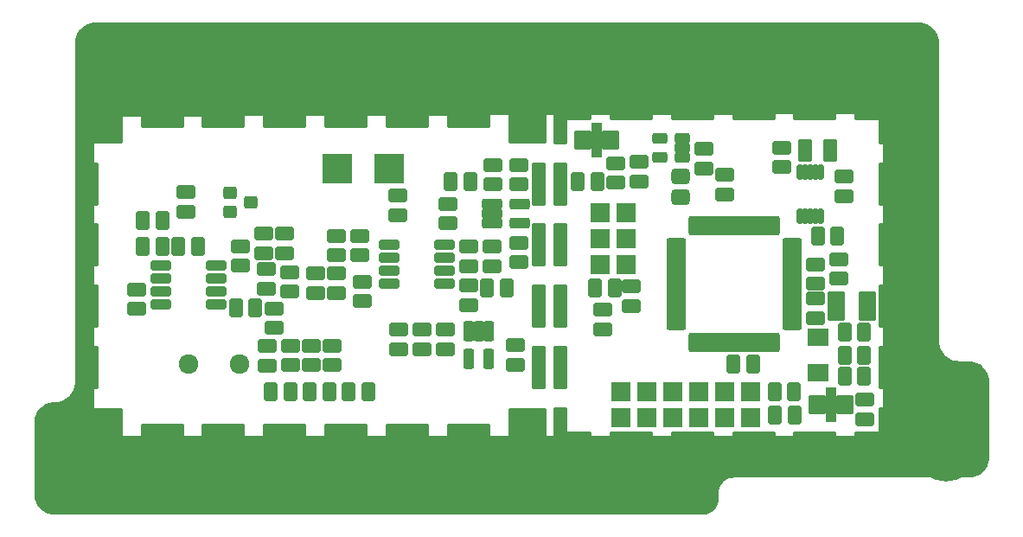
<source format=gbr>
%TF.GenerationSoftware,KiCad,Pcbnew,7.0.10-7.0.10~ubuntu23.04.1*%
%TF.CreationDate,2024-02-09T20:40:25+00:00*%
%TF.ProjectId,SPACEDOS01,53504143-4544-44f5-9330-312e6b696361,B*%
%TF.SameCoordinates,Original*%
%TF.FileFunction,Soldermask,Top*%
%TF.FilePolarity,Negative*%
%FSLAX46Y46*%
G04 Gerber Fmt 4.6, Leading zero omitted, Abs format (unit mm)*
G04 Created by KiCad (PCBNEW 7.0.10-7.0.10~ubuntu23.04.1) date 2024-02-09 20:40:25*
%MOMM*%
%LPD*%
G01*
G04 APERTURE LIST*
G04 Aperture macros list*
%AMRoundRect*
0 Rectangle with rounded corners*
0 $1 Rounding radius*
0 $2 $3 $4 $5 $6 $7 $8 $9 X,Y pos of 4 corners*
0 Add a 4 corners polygon primitive as box body*
4,1,4,$2,$3,$4,$5,$6,$7,$8,$9,$2,$3,0*
0 Add four circle primitives for the rounded corners*
1,1,$1+$1,$2,$3*
1,1,$1+$1,$4,$5*
1,1,$1+$1,$6,$7*
1,1,$1+$1,$8,$9*
0 Add four rect primitives between the rounded corners*
20,1,$1+$1,$2,$3,$4,$5,0*
20,1,$1+$1,$4,$5,$6,$7,0*
20,1,$1+$1,$6,$7,$8,$9,0*
20,1,$1+$1,$8,$9,$2,$3,0*%
G04 Aperture macros list end*
%ADD10RoundRect,0.200000X-0.762000X-0.762000X0.762000X-0.762000X0.762000X0.762000X-0.762000X0.762000X0*%
%ADD11RoundRect,0.200000X-0.500000X-1.900000X0.500000X-1.900000X0.500000X1.900000X-0.500000X1.900000X0*%
%ADD12RoundRect,0.200000X-1.650000X-1.275000X1.650000X-1.275000X1.650000X1.275000X-1.650000X1.275000X0*%
%ADD13RoundRect,0.200000X-1.900000X-0.500000X1.900000X-0.500000X1.900000X0.500000X-1.900000X0.500000X0*%
%ADD14RoundRect,0.200000X-0.780000X-0.325000X0.780000X-0.325000X0.780000X0.325000X-0.780000X0.325000X0*%
%ADD15RoundRect,0.200000X-0.325000X0.780000X-0.325000X-0.780000X0.325000X-0.780000X0.325000X0.780000X0*%
%ADD16RoundRect,0.200000X-0.698500X0.444500X-0.698500X-0.444500X0.698500X-0.444500X0.698500X0.444500X0*%
%ADD17RoundRect,0.200000X0.444500X0.698500X-0.444500X0.698500X-0.444500X-0.698500X0.444500X-0.698500X0*%
%ADD18C,6.400000*%
%ADD19RoundRect,0.200000X0.698500X-0.444500X0.698500X0.444500X-0.698500X0.444500X-0.698500X-0.444500X0*%
%ADD20RoundRect,0.200000X-0.750000X-0.275000X0.750000X-0.275000X0.750000X0.275000X-0.750000X0.275000X0*%
%ADD21RoundRect,0.200000X0.275000X-0.750000X0.275000X0.750000X-0.275000X0.750000X-0.275000X-0.750000X0*%
%ADD22RoundRect,0.200000X-0.775000X-0.300000X0.775000X-0.300000X0.775000X0.300000X-0.775000X0.300000X0*%
%ADD23RoundRect,0.200000X-0.125000X0.550000X-0.125000X-0.550000X0.125000X-0.550000X0.125000X0.550000X0*%
%ADD24RoundRect,0.200000X-0.444500X-0.698500X0.444500X-0.698500X0.444500X0.698500X-0.444500X0.698500X0*%
%ADD25RoundRect,0.200000X0.635000X1.270000X-0.635000X1.270000X-0.635000X-1.270000X0.635000X-1.270000X0*%
%ADD26RoundRect,0.200000X0.530000X0.325000X-0.530000X0.325000X-0.530000X-0.325000X0.530000X-0.325000X0*%
%ADD27RoundRect,0.200000X0.850000X-0.650000X0.850000X0.650000X-0.850000X0.650000X-0.850000X-0.650000X0*%
%ADD28RoundRect,0.336957X0.563043X-0.438043X0.563043X0.438043X-0.563043X0.438043X-0.563043X-0.438043X0*%
%ADD29RoundRect,0.200000X0.500000X0.900000X-0.500000X0.900000X-0.500000X-0.900000X0.500000X-0.900000X0*%
%ADD30RoundRect,0.200000X-0.450000X-0.400000X0.450000X-0.400000X0.450000X0.400000X-0.450000X0.400000X0*%
%ADD31RoundRect,0.200000X-0.500000X-0.500000X0.500000X-0.500000X0.500000X0.500000X-0.500000X0.500000X0*%
%ADD32RoundRect,0.200000X-0.500000X-1.150000X0.500000X-1.150000X0.500000X1.150000X-0.500000X1.150000X0*%
%ADD33RoundRect,0.200000X-1.150000X-0.500000X1.150000X-0.500000X1.150000X0.500000X-1.150000X0.500000X0*%
%ADD34C,1.924000*%
%ADD35RoundRect,0.200000X1.275080X1.249680X-1.275080X1.249680X-1.275080X-1.249680X1.275080X-1.249680X0*%
%ADD36RoundRect,0.200000X-0.650000X-0.750000X0.650000X-0.750000X0.650000X0.750000X-0.650000X0.750000X0*%
%ADD37RoundRect,0.200000X-0.350000X-1.500000X0.350000X-1.500000X0.350000X1.500000X-0.350000X1.500000X0*%
%ADD38RoundRect,0.200000X0.650000X0.750000X-0.650000X0.750000X-0.650000X-0.750000X0.650000X-0.750000X0*%
%ADD39RoundRect,0.200000X0.350000X1.500000X-0.350000X1.500000X-0.350000X-1.500000X0.350000X-1.500000X0*%
%ADD40RoundRect,0.200000X0.762000X-0.762000X0.762000X0.762000X-0.762000X0.762000X-0.762000X-0.762000X0*%
%ADD41RoundRect,0.200000X0.762000X0.762000X-0.762000X0.762000X-0.762000X-0.762000X0.762000X-0.762000X0*%
G04 APERTURE END LIST*
D10*
%TO.C,J22*%
X147868627Y-99420353D03*
X150408627Y-99420353D03*
X147868627Y-101960353D03*
X150408627Y-101960353D03*
X147868627Y-104500353D03*
X150408627Y-104500353D03*
%TD*%
D11*
%TO.C,M6*%
X98068527Y-96606653D03*
X98068527Y-102606653D03*
X98068527Y-108606653D03*
X98068527Y-114606653D03*
D12*
X99218527Y-91231653D03*
X99218527Y-119981653D03*
D13*
X104968527Y-90456653D03*
X104968527Y-120756653D03*
X110968527Y-90456653D03*
X110968527Y-120756653D03*
X116968527Y-90456653D03*
X116968527Y-120756653D03*
X122968527Y-90456653D03*
X122968527Y-120756653D03*
X128968527Y-90456653D03*
X128968527Y-120756653D03*
X134968527Y-90456653D03*
X134968527Y-120756653D03*
D12*
X140718527Y-91231653D03*
X140718527Y-119981653D03*
D11*
X141868527Y-96606653D03*
X141868527Y-102606653D03*
X141868527Y-108606653D03*
X141868527Y-114606653D03*
%TD*%
D14*
%TO.C,U5*%
X137280627Y-98591353D03*
X137280627Y-99541353D03*
X137280627Y-100491353D03*
X139980627Y-100491353D03*
X139980627Y-98591353D03*
%TD*%
D15*
%TO.C,U4*%
X136913627Y-111018354D03*
X135963627Y-111018354D03*
X135013627Y-111018354D03*
X135013627Y-113718354D03*
X136913627Y-113718354D03*
%TD*%
D16*
%TO.C,C8*%
X130375627Y-110907853D03*
X130375627Y-112812853D03*
%TD*%
%TO.C,C3*%
X102435627Y-106971654D03*
X102435627Y-108876654D03*
%TD*%
D17*
%TO.C,R6*%
X104975627Y-100176353D03*
X103070627Y-100176353D03*
%TD*%
D16*
%TO.C,C13*%
X132661627Y-110907853D03*
X132661627Y-112812853D03*
%TD*%
D18*
%TO.C,M4*%
X113934528Y-84421653D03*
%TD*%
D19*
%TO.C,C24*%
X115229627Y-114406353D03*
X115229627Y-112501353D03*
%TD*%
D16*
%TO.C,C4*%
X128018527Y-97756654D03*
X128018527Y-99661654D03*
%TD*%
D18*
%TO.C,M2*%
X168824527Y-84421653D03*
%TD*%
D20*
%TO.C,U10*%
X155253627Y-102438353D03*
X155253627Y-103238353D03*
X155253627Y-104038353D03*
X155253627Y-104838353D03*
X155253627Y-105638353D03*
X155253627Y-106438353D03*
X155253627Y-107238353D03*
X155253627Y-108038353D03*
X155253627Y-108838353D03*
X155253627Y-109638353D03*
X155253627Y-110438353D03*
D21*
X156953627Y-112138353D03*
X157753627Y-112138353D03*
X158553627Y-112138353D03*
X159353627Y-112138353D03*
X160153627Y-112138353D03*
X160953627Y-112138353D03*
X161753627Y-112138353D03*
X162553627Y-112138353D03*
X163353627Y-112138353D03*
X164153627Y-112138353D03*
X164953627Y-112138353D03*
D20*
X166653627Y-110438353D03*
X166653627Y-109638353D03*
X166653627Y-108838353D03*
X166653627Y-108038353D03*
X166653627Y-107238353D03*
X166653627Y-106438353D03*
X166653627Y-105638353D03*
X166653627Y-104838353D03*
X166653627Y-104038353D03*
X166653627Y-103238353D03*
X166653627Y-102438353D03*
D21*
X164953627Y-100738353D03*
X164153627Y-100738353D03*
X163353627Y-100738353D03*
X162553627Y-100738353D03*
X161753627Y-100738353D03*
X160953627Y-100738353D03*
X160153627Y-100738353D03*
X159353627Y-100738353D03*
X158553627Y-100738353D03*
X157753627Y-100738353D03*
X156953627Y-100738353D03*
%TD*%
D16*
%TO.C,R4*%
X128089627Y-110907853D03*
X128089627Y-112812853D03*
%TD*%
D17*
%TO.C,C10*%
X108468127Y-102716353D03*
X106563127Y-102716353D03*
%TD*%
%TO.C,C5*%
X104975627Y-102716353D03*
X103070627Y-102716353D03*
%TD*%
D19*
%TO.C,R3*%
X132915627Y-100493852D03*
X132915627Y-98588852D03*
%TD*%
%TO.C,R2*%
X112595627Y-104621353D03*
X112595627Y-102716353D03*
%TD*%
D22*
%TO.C,U2*%
X127167627Y-102589353D03*
X127167627Y-103859353D03*
X127167627Y-105129353D03*
X127167627Y-106399353D03*
X132567627Y-106399353D03*
X132567627Y-105129353D03*
X132567627Y-103859353D03*
X132567627Y-102589353D03*
%TD*%
D16*
%TO.C,R10*%
X121993627Y-105383353D03*
X121993627Y-107288353D03*
%TD*%
%TO.C,C18*%
X124279627Y-101700353D03*
X124279627Y-103605353D03*
%TD*%
D22*
%TO.C,U1*%
X104815627Y-104621353D03*
X104815627Y-105891353D03*
X104815627Y-107161353D03*
X104815627Y-108431353D03*
X110215627Y-108431353D03*
X110215627Y-107161353D03*
X110215627Y-105891353D03*
X110215627Y-104621353D03*
%TD*%
D19*
%TO.C,C20*%
X107261627Y-99350853D03*
X107261627Y-97445853D03*
%TD*%
D17*
%TO.C,R7*%
X114089527Y-108721653D03*
X112184527Y-108721653D03*
%TD*%
D16*
%TO.C,C17*%
X124533627Y-106208853D03*
X124533627Y-108113853D03*
%TD*%
%TO.C,R9*%
X115184527Y-104971654D03*
X115184527Y-106876654D03*
%TD*%
D19*
%TO.C,C11*%
X114934527Y-103376653D03*
X114934527Y-101471653D03*
%TD*%
%TO.C,C16*%
X119961627Y-107288353D03*
X119961627Y-105383353D03*
%TD*%
D16*
%TO.C,R11*%
X121993627Y-101700353D03*
X121993627Y-103605353D03*
%TD*%
%TO.C,C15*%
X117421627Y-105256353D03*
X117421627Y-107161353D03*
%TD*%
D17*
%TO.C,R5*%
X135138127Y-96366353D03*
X133233127Y-96366353D03*
%TD*%
D16*
%TO.C,C12*%
X134947627Y-102779853D03*
X134947627Y-104684853D03*
%TD*%
D23*
%TO.C,U11*%
X169404527Y-95479653D03*
X168904527Y-95479653D03*
X168404527Y-95479653D03*
X167904527Y-95479653D03*
X167404527Y-95479653D03*
X167404527Y-99779653D03*
X167904527Y-99779653D03*
X168404527Y-99779653D03*
X168904527Y-99779653D03*
X169404527Y-99779653D03*
%TD*%
D24*
%TO.C,R13*%
X136789127Y-106780353D03*
X138694127Y-106780353D03*
%TD*%
D19*
%TO.C,C9*%
X137360627Y-96683853D03*
X137360627Y-94778853D03*
%TD*%
%TO.C,C14*%
X139900627Y-96683854D03*
X139900627Y-94778854D03*
%TD*%
D16*
%TO.C,C7*%
X137233627Y-102779853D03*
X137233627Y-104684853D03*
%TD*%
%TO.C,R12*%
X139900627Y-102398853D03*
X139900627Y-104303853D03*
%TD*%
D25*
%TO.C,L1*%
X173992527Y-108551654D03*
X170944527Y-108551654D03*
%TD*%
D16*
%TO.C,C19*%
X134947627Y-106589853D03*
X134947627Y-108494853D03*
%TD*%
D26*
%TO.C,U8*%
X155872527Y-94020353D03*
X155872527Y-93070353D03*
X155872527Y-92120353D03*
X153672527Y-92120353D03*
X153672527Y-94020353D03*
%TD*%
D19*
%TO.C,C2*%
X117515627Y-114342853D03*
X117515627Y-112437853D03*
%TD*%
D27*
%TO.C,D3*%
X169166527Y-115127653D03*
X169166527Y-111627653D03*
%TD*%
D17*
%TO.C,F2*%
X166880527Y-119219653D03*
X164975527Y-119219653D03*
%TD*%
D16*
%TO.C,C55*%
X173738527Y-117759153D03*
X173738527Y-119664153D03*
%TD*%
D28*
%TO.C,L3*%
X155704527Y-97901653D03*
X155704527Y-95851653D03*
%TD*%
D29*
%TO.C,Y2*%
X167896527Y-93311653D03*
X170396527Y-93311653D03*
%TD*%
D24*
%TO.C,R22*%
X115610627Y-116946352D03*
X117515627Y-116946352D03*
%TD*%
%TO.C,R19*%
X119420627Y-116946353D03*
X121325627Y-116946353D03*
%TD*%
%TO.C,R15*%
X123230627Y-116946353D03*
X125135627Y-116946353D03*
%TD*%
D19*
%TO.C,C23*%
X119547627Y-114342853D03*
X119547627Y-112437853D03*
%TD*%
%TO.C,C21*%
X121579627Y-114342853D03*
X121579627Y-112437853D03*
%TD*%
D16*
%TO.C,C34*%
X150916627Y-106659353D03*
X150916627Y-108564353D03*
%TD*%
D17*
%TO.C,C27*%
X173675027Y-113377653D03*
X171770027Y-113377653D03*
%TD*%
D24*
%TO.C,R20*%
X169166527Y-101693653D03*
X171071527Y-101693653D03*
%TD*%
%TO.C,R23*%
X147360627Y-106786353D03*
X149265627Y-106786353D03*
%TD*%
D17*
%TO.C,C26*%
X173675027Y-115409653D03*
X171770027Y-115409653D03*
%TD*%
D30*
%TO.C,U3*%
X111611627Y-97448353D03*
X111611627Y-99348353D03*
X113611627Y-98398353D03*
%TD*%
D16*
%TO.C,C43*%
X148084528Y-108932653D03*
X148084528Y-110837653D03*
%TD*%
D18*
%TO.C,M1*%
X181744527Y-122521653D03*
%TD*%
D24*
%TO.C,C39*%
X160886127Y-114279354D03*
X162791127Y-114279354D03*
%TD*%
D17*
%TO.C,C28*%
X173675027Y-111091653D03*
X171770027Y-111091653D03*
%TD*%
D16*
%TO.C,R1*%
X139519627Y-112431853D03*
X139519627Y-114336853D03*
%TD*%
D18*
%TO.C,M3*%
X96014527Y-125061654D03*
%TD*%
D17*
%TO.C,C36*%
X166817027Y-116933653D03*
X164912027Y-116933653D03*
%TD*%
D19*
%TO.C,C32*%
X157990527Y-95089653D03*
X157990527Y-93184653D03*
%TD*%
D31*
%TO.C,M9*%
X143978527Y-89705654D03*
D32*
X143978527Y-91355654D03*
D11*
X143978527Y-96605654D03*
X143978527Y-102605654D03*
X143978527Y-108605654D03*
X143978527Y-114605654D03*
D32*
X143978527Y-119855654D03*
D31*
X143978527Y-121505654D03*
D33*
X145628527Y-89705654D03*
X145628527Y-121505654D03*
D13*
X150878527Y-89705654D03*
X150878527Y-121505654D03*
X156878527Y-89705654D03*
X156878527Y-121505654D03*
X162878527Y-89705654D03*
X162878527Y-121505654D03*
X168878527Y-89705654D03*
X168878527Y-121505654D03*
D33*
X174128527Y-89705654D03*
X174128527Y-121505654D03*
D31*
X175778527Y-89705654D03*
D32*
X175778527Y-91355654D03*
D11*
X175778527Y-96605654D03*
X175778527Y-102605654D03*
X175778527Y-108605654D03*
X175778527Y-114605654D03*
D32*
X175778527Y-119855654D03*
D31*
X175778527Y-121505654D03*
%TD*%
D19*
%TO.C,R21*%
X165610527Y-94962653D03*
X165610527Y-93057653D03*
%TD*%
D16*
%TO.C,C44*%
X168912527Y-104487653D03*
X168912527Y-106392653D03*
%TD*%
%TO.C,C31*%
X168912527Y-107853153D03*
X168912527Y-109758153D03*
%TD*%
%TO.C,C40*%
X171198527Y-103979653D03*
X171198527Y-105884653D03*
%TD*%
%TO.C,C50*%
X149354527Y-94581653D03*
X149354527Y-96486653D03*
%TD*%
%TO.C,C42*%
X151640526Y-94454653D03*
X151640526Y-96359653D03*
%TD*%
D19*
%TO.C,C35*%
X160022527Y-97629653D03*
X160022527Y-95724653D03*
%TD*%
%TO.C,C47*%
X171706528Y-97820153D03*
X171706528Y-95915153D03*
%TD*%
D24*
%TO.C,C54*%
X145671527Y-96359653D03*
X147576527Y-96359653D03*
%TD*%
D34*
%TO.C,D1*%
X112524527Y-114221653D03*
X107524527Y-114221653D03*
%TD*%
D16*
%TO.C,R8*%
X115934528Y-108812353D03*
X115934528Y-110717353D03*
%TD*%
D19*
%TO.C,C6*%
X116913627Y-103376653D03*
X116913627Y-101471653D03*
%TD*%
D35*
%TO.C,C1*%
X127185387Y-95096353D03*
X122135867Y-95096353D03*
%TD*%
D36*
%TO.C,C29*%
X169086527Y-118203653D03*
D37*
X170436527Y-118203653D03*
D36*
X171786527Y-118203653D03*
%TD*%
D38*
%TO.C,C52*%
X148846527Y-92295653D03*
D39*
X147496527Y-92295653D03*
D38*
X146146527Y-92295653D03*
%TD*%
D40*
%TO.C,J19*%
X154942527Y-119473653D03*
X154942527Y-116933653D03*
%TD*%
D10*
%TO.C,J6*%
X152402527Y-116933653D03*
%TD*%
%TO.C,J4*%
X149862527Y-116933653D03*
%TD*%
%TO.C,J7*%
X152402527Y-119473653D03*
%TD*%
D41*
%TO.C,J3*%
X162562527Y-116933653D03*
X162562527Y-119473653D03*
%TD*%
%TO.C,J2*%
X157482527Y-116933653D03*
X157482527Y-119473653D03*
%TD*%
D10*
%TO.C,J5*%
X149862527Y-119473653D03*
%TD*%
%TO.C,J1*%
X160022527Y-119473653D03*
X160022527Y-116933653D03*
%TD*%
G36*
X97688314Y-116481631D02*
G01*
X97688239Y-116483781D01*
X97438421Y-122229597D01*
X97438001Y-122235761D01*
X97436556Y-122251340D01*
X97434810Y-122263584D01*
X97432434Y-122275898D01*
X97429495Y-122287919D01*
X97425919Y-122299949D01*
X97421821Y-122311608D01*
X97417086Y-122323224D01*
X97411863Y-122334430D01*
X97406013Y-122345525D01*
X97399713Y-122356172D01*
X97392803Y-122366640D01*
X97385494Y-122376611D01*
X97377582Y-122386362D01*
X97369336Y-122395565D01*
X97360519Y-122404484D01*
X97351402Y-122412841D01*
X97341749Y-122420855D01*
X97331853Y-122428281D01*
X97321457Y-122435312D01*
X97310893Y-122441725D01*
X97299867Y-122447699D01*
X97288711Y-122453052D01*
X97277142Y-122457920D01*
X97265535Y-122462148D01*
X97253546Y-122465859D01*
X97241561Y-122468933D01*
X97229278Y-122471448D01*
X97217062Y-122473330D01*
X97202926Y-122474802D01*
X97193881Y-122475418D01*
X97188297Y-122475596D01*
X97185447Y-122475655D01*
X92561691Y-122518364D01*
X92493388Y-122498992D01*
X92446402Y-122445768D01*
X92434527Y-122392369D01*
X92434527Y-119976154D01*
X92434848Y-119967166D01*
X92454241Y-119696008D01*
X92456800Y-119678213D01*
X92513624Y-119416999D01*
X92518688Y-119399750D01*
X92612113Y-119149267D01*
X92619582Y-119132913D01*
X92747703Y-118898278D01*
X92757422Y-118883155D01*
X92917630Y-118669143D01*
X92929403Y-118655557D01*
X93118431Y-118466529D01*
X93132017Y-118454756D01*
X93346029Y-118294548D01*
X93361152Y-118284829D01*
X93595787Y-118156709D01*
X93612141Y-118149239D01*
X93862624Y-118055814D01*
X93879873Y-118050750D01*
X94141087Y-117993926D01*
X94158881Y-117991367D01*
X94714666Y-117951616D01*
X94723561Y-117950338D01*
X94993585Y-117891598D01*
X95002212Y-117889065D01*
X95261145Y-117792488D01*
X95269302Y-117788763D01*
X95511855Y-117656319D01*
X95519417Y-117651460D01*
X95740644Y-117485849D01*
X95747433Y-117479967D01*
X95942841Y-117284559D01*
X95948724Y-117277770D01*
X96114334Y-117056543D01*
X96119193Y-117048981D01*
X96251637Y-116806428D01*
X96255362Y-116798271D01*
X96351939Y-116539338D01*
X96354472Y-116530711D01*
X96402730Y-116308872D01*
X96436755Y-116246560D01*
X96499067Y-116212535D01*
X96526957Y-116209661D01*
X97433665Y-116217636D01*
X97439845Y-116217842D01*
X97455465Y-116218747D01*
X97467759Y-116220067D01*
X97480154Y-116222017D01*
X97492256Y-116224535D01*
X97504400Y-116227690D01*
X97516214Y-116231388D01*
X97527988Y-116235719D01*
X97539355Y-116240545D01*
X97550649Y-116246008D01*
X97561511Y-116251937D01*
X97572217Y-116258483D01*
X97582429Y-116265437D01*
X97592441Y-116272999D01*
X97601939Y-116280934D01*
X97611157Y-116289440D01*
X97619821Y-116298256D01*
X97628160Y-116307621D01*
X97635923Y-116317253D01*
X97643314Y-116327405D01*
X97650087Y-116337737D01*
X97656440Y-116348549D01*
X97662176Y-116359509D01*
X97667441Y-116370901D01*
X97672071Y-116382366D01*
X97676197Y-116394222D01*
X97679684Y-116406089D01*
X97682622Y-116418277D01*
X97684927Y-116430421D01*
X97686658Y-116442841D01*
X97687762Y-116455154D01*
X97688348Y-116469703D01*
X97688407Y-116478106D01*
X97688314Y-116481631D01*
G37*
G36*
X98534525Y-89944632D02*
G01*
X98480869Y-89991125D01*
X98428900Y-90002510D01*
X98318645Y-90002836D01*
X98303415Y-90007357D01*
X98302151Y-90008825D01*
X98300528Y-90016342D01*
X98300528Y-121233538D01*
X98305002Y-121248778D01*
X98306392Y-121249982D01*
X98314075Y-121251653D01*
X98428527Y-121251653D01*
X98496648Y-121271655D01*
X98543141Y-121325311D01*
X98554527Y-121377653D01*
X98554527Y-122010565D01*
X98554375Y-122016747D01*
X98553608Y-122032362D01*
X98552395Y-122044668D01*
X98550556Y-122057079D01*
X98548143Y-122069205D01*
X98545092Y-122081386D01*
X98541503Y-122093218D01*
X98537279Y-122105024D01*
X98532546Y-122116451D01*
X98527181Y-122127794D01*
X98521349Y-122138705D01*
X98514900Y-122149463D01*
X98508038Y-122159732D01*
X98500560Y-122169816D01*
X98492706Y-122179386D01*
X98484283Y-122188678D01*
X98475552Y-122197409D01*
X98466260Y-122205832D01*
X98456690Y-122213686D01*
X98446606Y-122221164D01*
X98436337Y-122228026D01*
X98425579Y-122234475D01*
X98414668Y-122240307D01*
X98403325Y-122245672D01*
X98391898Y-122250405D01*
X98380092Y-122254629D01*
X98368260Y-122258218D01*
X98356079Y-122261269D01*
X98343953Y-122263682D01*
X98331542Y-122265521D01*
X98319232Y-122266734D01*
X98306705Y-122267349D01*
X98294348Y-122267349D01*
X98279194Y-122266605D01*
X98271458Y-122265986D01*
X95989568Y-122012442D01*
X95983451Y-122011611D01*
X95967981Y-122009120D01*
X95955872Y-122006554D01*
X95943758Y-122003358D01*
X95931962Y-121999618D01*
X95920197Y-121995241D01*
X95908846Y-121990372D01*
X95897564Y-121984863D01*
X95886728Y-121978896D01*
X95876061Y-121972320D01*
X95865869Y-121965325D01*
X95855875Y-121957718D01*
X95846408Y-121949747D01*
X95837221Y-121941209D01*
X95828598Y-121932367D01*
X95820295Y-121922974D01*
X95812567Y-121913315D01*
X95805212Y-121903135D01*
X95798467Y-121892762D01*
X95792156Y-121881927D01*
X95786467Y-121870957D01*
X95781245Y-121859550D01*
X95776658Y-121848072D01*
X95772578Y-121836203D01*
X95769133Y-121824321D01*
X95766237Y-121812115D01*
X95763976Y-121799961D01*
X95762237Y-121787131D01*
X95761209Y-121775591D01*
X95760642Y-121762355D01*
X95760527Y-121756962D01*
X95760527Y-117519063D01*
X95780529Y-117450942D01*
X95797432Y-117429968D01*
X95942841Y-117284559D01*
X95948724Y-117277770D01*
X96114334Y-117056543D01*
X96119193Y-117048981D01*
X96251637Y-116806428D01*
X96255362Y-116798271D01*
X96351939Y-116539338D01*
X96354472Y-116530711D01*
X96413212Y-116260687D01*
X96414491Y-116251792D01*
X96434366Y-115973903D01*
X96434527Y-115969396D01*
X96434527Y-82816154D01*
X96434848Y-82807166D01*
X96454241Y-82536008D01*
X96456800Y-82518213D01*
X96513623Y-82256999D01*
X96518688Y-82239750D01*
X96612113Y-81989267D01*
X96619582Y-81972913D01*
X96747703Y-81738278D01*
X96757422Y-81723155D01*
X96917630Y-81509143D01*
X96929403Y-81495557D01*
X97118431Y-81306529D01*
X97132017Y-81294756D01*
X97346029Y-81134548D01*
X97361153Y-81124828D01*
X97595788Y-80996708D01*
X97612140Y-80989241D01*
X97625505Y-80984256D01*
X97696871Y-80979312D01*
X98352617Y-81125032D01*
X98358616Y-81126521D01*
X98373690Y-81130656D01*
X98385449Y-81134512D01*
X98397162Y-81139001D01*
X98408472Y-81143984D01*
X98419701Y-81149605D01*
X98430476Y-81155678D01*
X98441089Y-81162367D01*
X98451209Y-81169460D01*
X98461115Y-81177154D01*
X98470502Y-81185216D01*
X98479604Y-81193845D01*
X98488146Y-81202775D01*
X98496365Y-81212262D01*
X98503996Y-81221994D01*
X98511242Y-81232234D01*
X98517879Y-81242663D01*
X98524084Y-81253559D01*
X98529670Y-81264596D01*
X98534782Y-81276060D01*
X98539258Y-81287588D01*
X98543222Y-81299499D01*
X98546546Y-81311407D01*
X98549322Y-81323638D01*
X98551461Y-81335810D01*
X98553113Y-81348959D01*
X98554005Y-81359890D01*
X98554436Y-81371252D01*
X98554527Y-81376028D01*
X98554527Y-89876511D01*
X98534525Y-89944632D01*
G37*
G36*
X185934206Y-123376140D02*
G01*
X185914812Y-123647298D01*
X185912254Y-123665093D01*
X185855430Y-123926307D01*
X185850366Y-123943557D01*
X185756941Y-124194039D01*
X185749472Y-124210393D01*
X185621351Y-124445028D01*
X185611632Y-124460151D01*
X185451424Y-124674163D01*
X185439651Y-124687749D01*
X185250623Y-124876777D01*
X185237037Y-124888550D01*
X185023025Y-125048758D01*
X185007902Y-125058477D01*
X184773267Y-125186598D01*
X184756913Y-125194066D01*
X184506430Y-125287492D01*
X184489181Y-125292556D01*
X184227967Y-125349380D01*
X184210172Y-125351939D01*
X183939014Y-125371332D01*
X183930026Y-125371653D01*
X160936997Y-125371653D01*
X160932070Y-125371846D01*
X160704810Y-125389732D01*
X160695061Y-125391275D01*
X160475814Y-125443913D01*
X160466429Y-125446962D01*
X160258113Y-125533249D01*
X160249318Y-125537731D01*
X160057074Y-125655539D01*
X160049081Y-125661346D01*
X159877630Y-125807780D01*
X159870654Y-125814756D01*
X159724220Y-125986207D01*
X159718413Y-125994200D01*
X159600605Y-126186444D01*
X159596123Y-126195239D01*
X159509836Y-126403555D01*
X159506787Y-126412940D01*
X159454148Y-126632188D01*
X159452606Y-126641935D01*
X159434720Y-126869196D01*
X159434527Y-126874122D01*
X159434528Y-127466697D01*
X159434139Y-127476583D01*
X159416838Y-127696420D01*
X159413745Y-127715949D01*
X159363427Y-127925537D01*
X159357317Y-127944341D01*
X159274831Y-128143481D01*
X159265854Y-128161099D01*
X159153233Y-128344877D01*
X159141612Y-128360872D01*
X159001627Y-128524773D01*
X158987647Y-128538753D01*
X158823746Y-128678738D01*
X158807751Y-128690359D01*
X158623973Y-128802980D01*
X158606355Y-128811957D01*
X158407215Y-128894443D01*
X158388411Y-128900553D01*
X158178823Y-128950871D01*
X158159294Y-128953964D01*
X157939457Y-128971265D01*
X157929571Y-128971654D01*
X94439028Y-128971653D01*
X94430040Y-128971333D01*
X94158882Y-128951939D01*
X94141087Y-128949380D01*
X93879873Y-128892556D01*
X93862624Y-128887492D01*
X93612141Y-128794067D01*
X93595787Y-128786598D01*
X93361152Y-128658477D01*
X93346029Y-128648758D01*
X93132017Y-128488550D01*
X93118431Y-128476777D01*
X92929403Y-128287749D01*
X92917630Y-128274163D01*
X92757422Y-128060151D01*
X92747703Y-128045028D01*
X92619582Y-127810393D01*
X92612113Y-127794039D01*
X92518689Y-127543556D01*
X92513624Y-127526307D01*
X92456800Y-127265093D01*
X92454241Y-127247298D01*
X92434848Y-126976140D01*
X92434527Y-126967152D01*
X92434527Y-121123653D01*
X92454529Y-121055532D01*
X92508185Y-121009039D01*
X92560527Y-120997653D01*
X97106147Y-120997654D01*
X97174268Y-121017655D01*
X97220761Y-121071311D01*
X97232028Y-121129126D01*
X97227488Y-121233554D01*
X97231296Y-121248973D01*
X97231572Y-121249234D01*
X97241635Y-121251653D01*
X180416412Y-121251653D01*
X180431650Y-121247178D01*
X180432855Y-121245788D01*
X180434527Y-121238105D01*
X180434527Y-121123654D01*
X180454529Y-121055532D01*
X180508185Y-121009039D01*
X180560527Y-120997654D01*
X185419439Y-120997653D01*
X185425621Y-120997805D01*
X185441236Y-120998572D01*
X185453543Y-120999784D01*
X185465953Y-121001625D01*
X185478079Y-121004037D01*
X185490260Y-121007088D01*
X185502092Y-121010677D01*
X185513898Y-121014901D01*
X185525325Y-121019634D01*
X185536668Y-121024999D01*
X185547579Y-121030831D01*
X185558337Y-121037280D01*
X185568606Y-121044142D01*
X185578690Y-121051620D01*
X185588260Y-121059474D01*
X185597552Y-121067897D01*
X185606283Y-121076628D01*
X185614706Y-121085920D01*
X185622560Y-121095490D01*
X185630374Y-121106027D01*
X185636660Y-121115346D01*
X185643057Y-121125807D01*
X185645618Y-121130191D01*
X185904879Y-121595278D01*
X185907756Y-121600750D01*
X185914688Y-121614760D01*
X185919623Y-121626102D01*
X185924062Y-121637850D01*
X185927860Y-121649619D01*
X185930192Y-121658279D01*
X185934527Y-121691045D01*
X185934527Y-123367152D01*
X185934206Y-123376140D01*
G37*
G36*
X185934206Y-123376140D02*
G01*
X185914812Y-123647298D01*
X185912254Y-123665093D01*
X185855430Y-123926307D01*
X185850366Y-123943557D01*
X185756941Y-124194039D01*
X185749472Y-124210393D01*
X185621351Y-124445028D01*
X185611632Y-124460151D01*
X185451424Y-124674163D01*
X185439651Y-124687749D01*
X185250623Y-124876777D01*
X185237037Y-124888550D01*
X185023025Y-125048758D01*
X185007902Y-125058477D01*
X184773267Y-125186598D01*
X184756913Y-125194066D01*
X184506430Y-125287492D01*
X184489181Y-125292556D01*
X184227967Y-125349380D01*
X184210172Y-125351939D01*
X183939014Y-125371332D01*
X183930026Y-125371653D01*
X180306527Y-125371653D01*
X180238406Y-125351651D01*
X180191913Y-125297995D01*
X180180527Y-125245653D01*
X180180527Y-112724741D01*
X180180679Y-112718559D01*
X180181446Y-112702944D01*
X180182658Y-112690638D01*
X180184499Y-112678227D01*
X180186911Y-112666101D01*
X180189962Y-112653919D01*
X180193551Y-112642088D01*
X180197775Y-112630282D01*
X180202508Y-112618855D01*
X180207873Y-112607512D01*
X180213705Y-112596601D01*
X180220154Y-112585843D01*
X180227017Y-112575574D01*
X180234494Y-112565490D01*
X180242347Y-112555920D01*
X180250771Y-112546628D01*
X180259502Y-112537897D01*
X180268794Y-112529474D01*
X180278364Y-112521620D01*
X180288449Y-112514142D01*
X180298717Y-112507280D01*
X180309475Y-112500831D01*
X180320386Y-112494999D01*
X180331729Y-112489634D01*
X180343156Y-112484900D01*
X180354962Y-112480678D01*
X180366794Y-112477088D01*
X180378975Y-112474037D01*
X180391102Y-112471625D01*
X180404060Y-112469703D01*
X180415256Y-112468550D01*
X180427522Y-112467839D01*
X180432589Y-112467648D01*
X180996945Y-112457685D01*
X181065408Y-112476481D01*
X181112841Y-112529307D01*
X181117225Y-112539633D01*
X181213691Y-112798271D01*
X181217417Y-112806428D01*
X181349861Y-113048981D01*
X181354721Y-113056543D01*
X181520330Y-113277770D01*
X181526214Y-113284559D01*
X181721621Y-113479966D01*
X181728410Y-113485850D01*
X181949637Y-113651459D01*
X181957199Y-113656319D01*
X182199752Y-113788764D01*
X182207909Y-113792489D01*
X182466842Y-113889065D01*
X182475469Y-113891597D01*
X182745493Y-113950338D01*
X182754388Y-113951617D01*
X183032277Y-113971492D01*
X183036784Y-113971652D01*
X183930026Y-113971653D01*
X183939014Y-113971974D01*
X184210172Y-113991367D01*
X184227967Y-113993926D01*
X184489181Y-114050750D01*
X184506430Y-114055814D01*
X184756913Y-114149240D01*
X184773267Y-114156708D01*
X185007902Y-114284829D01*
X185023025Y-114294548D01*
X185237037Y-114454756D01*
X185250623Y-114466529D01*
X185439651Y-114655557D01*
X185451424Y-114669143D01*
X185611632Y-114883155D01*
X185621351Y-114898278D01*
X185749472Y-115132913D01*
X185756941Y-115149267D01*
X185850366Y-115399749D01*
X185855430Y-115416999D01*
X185912254Y-115678213D01*
X185914812Y-115696008D01*
X185934206Y-115967166D01*
X185934527Y-115976154D01*
X185934527Y-123367152D01*
X185934206Y-123376140D01*
G37*
G36*
X182100525Y-125313774D02*
G01*
X182046869Y-125360267D01*
X181994527Y-125371653D01*
X175388527Y-125371653D01*
X175320406Y-125351651D01*
X175273913Y-125297995D01*
X175262527Y-125245653D01*
X175262527Y-121377653D01*
X175282529Y-121309532D01*
X175336185Y-121263039D01*
X175388527Y-121251653D01*
X175498412Y-121251653D01*
X175513651Y-121247178D01*
X175514856Y-121245788D01*
X175516527Y-121238105D01*
X175516527Y-89792555D01*
X175512052Y-89777317D01*
X175510736Y-89776176D01*
X175502887Y-89774480D01*
X175388899Y-89774817D01*
X175320720Y-89755017D01*
X175274068Y-89701499D01*
X175262527Y-89648818D01*
X175262527Y-81122741D01*
X175262679Y-81116559D01*
X175263446Y-81100944D01*
X175264659Y-81088638D01*
X175266498Y-81076227D01*
X175268911Y-81064101D01*
X175271962Y-81051920D01*
X175275551Y-81040088D01*
X175279775Y-81028282D01*
X175284508Y-81016855D01*
X175289873Y-81005512D01*
X175295705Y-80994601D01*
X175302154Y-80983843D01*
X175309016Y-80973574D01*
X175316494Y-80963490D01*
X175324348Y-80953920D01*
X175332771Y-80944628D01*
X175341502Y-80935897D01*
X175350794Y-80927474D01*
X175360364Y-80919620D01*
X175370448Y-80912142D01*
X175380717Y-80905280D01*
X175391475Y-80898831D01*
X175402386Y-80892999D01*
X175413729Y-80887634D01*
X175425156Y-80882901D01*
X175436962Y-80878677D01*
X175448794Y-80875088D01*
X175460975Y-80872037D01*
X175473101Y-80869624D01*
X175485512Y-80867785D01*
X175497818Y-80866572D01*
X175513433Y-80865805D01*
X175519615Y-80865653D01*
X179460267Y-80865653D01*
X179487050Y-80868532D01*
X179589181Y-80890749D01*
X179606430Y-80895814D01*
X179856913Y-80989239D01*
X179873267Y-80996708D01*
X180107902Y-81124829D01*
X180123025Y-81134548D01*
X180337037Y-81294756D01*
X180350623Y-81306529D01*
X180539651Y-81495557D01*
X180551424Y-81509143D01*
X180711632Y-81723155D01*
X180721351Y-81738278D01*
X180849472Y-81972913D01*
X180856941Y-81989267D01*
X180950366Y-82239750D01*
X180955430Y-82256999D01*
X181012254Y-82518213D01*
X181014813Y-82536008D01*
X181034206Y-82807166D01*
X181034527Y-82816154D01*
X181034527Y-111969395D01*
X181034688Y-111973903D01*
X181054563Y-112251792D01*
X181055842Y-112260687D01*
X181114583Y-112530711D01*
X181117115Y-112539338D01*
X181213691Y-112798271D01*
X181217417Y-112806428D01*
X181349861Y-113048981D01*
X181354721Y-113056543D01*
X181520330Y-113277770D01*
X181526214Y-113284559D01*
X181721621Y-113479966D01*
X181728410Y-113485850D01*
X181949637Y-113651459D01*
X181957199Y-113656319D01*
X182054912Y-113709674D01*
X182105113Y-113759876D01*
X182120527Y-113820262D01*
X182120527Y-125245653D01*
X182100525Y-125313774D01*
G37*
G36*
X181014525Y-89954609D02*
G01*
X180960869Y-90001102D01*
X180908900Y-90012488D01*
X175642900Y-90028067D01*
X175574720Y-90008268D01*
X175528069Y-89954749D01*
X175516527Y-89902068D01*
X175516527Y-89792555D01*
X175512052Y-89777317D01*
X175510736Y-89776176D01*
X175502887Y-89774480D01*
X98318645Y-90002836D01*
X98303415Y-90007357D01*
X98302151Y-90008825D01*
X98300528Y-90016342D01*
X98300528Y-90131264D01*
X98280525Y-90199385D01*
X98226869Y-90245878D01*
X98174900Y-90257263D01*
X96560900Y-90262038D01*
X96492720Y-90242239D01*
X96446069Y-90188720D01*
X96434527Y-90136039D01*
X96434527Y-82816154D01*
X96434848Y-82807166D01*
X96454241Y-82536008D01*
X96456800Y-82518213D01*
X96513623Y-82256999D01*
X96518688Y-82239750D01*
X96612113Y-81989267D01*
X96619582Y-81972913D01*
X96747703Y-81738278D01*
X96757422Y-81723155D01*
X96917630Y-81509143D01*
X96929403Y-81495557D01*
X97118431Y-81306529D01*
X97132017Y-81294756D01*
X97346029Y-81134548D01*
X97361152Y-81124829D01*
X97595787Y-80996708D01*
X97612141Y-80989239D01*
X97862624Y-80895814D01*
X97879873Y-80890750D01*
X98141087Y-80833926D01*
X98158882Y-80831366D01*
X98430040Y-80811974D01*
X98439029Y-80811653D01*
X179030026Y-80811653D01*
X179039014Y-80811974D01*
X179310172Y-80831367D01*
X179327967Y-80833925D01*
X179589181Y-80890750D01*
X179606430Y-80895814D01*
X179856913Y-80989239D01*
X179873267Y-80996708D01*
X180107902Y-81124829D01*
X180123025Y-81134548D01*
X180337037Y-81294756D01*
X180350623Y-81306529D01*
X180539651Y-81495557D01*
X180551424Y-81509143D01*
X180711632Y-81723155D01*
X180721351Y-81738278D01*
X180849472Y-81972913D01*
X180856941Y-81989267D01*
X180950366Y-82239750D01*
X180955430Y-82256999D01*
X181012254Y-82518213D01*
X181014813Y-82536008D01*
X181034206Y-82807166D01*
X181034527Y-82816154D01*
X181034527Y-89886489D01*
X181014525Y-89954609D01*
G37*
M02*

</source>
